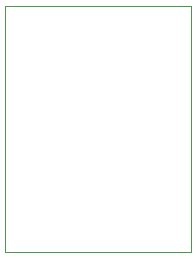
<source format=gbr>
G04 #@! TF.GenerationSoftware,KiCad,Pcbnew,(5.1.5)-3*
G04 #@! TF.CreationDate,2020-05-29T21:58:10-05:00*
G04 #@! TF.ProjectId,pt100stick,70743130-3073-4746-9963-6b2e6b696361,rev?*
G04 #@! TF.SameCoordinates,Original*
G04 #@! TF.FileFunction,Profile,NP*
%FSLAX46Y46*%
G04 Gerber Fmt 4.6, Leading zero omitted, Abs format (unit mm)*
G04 Created by KiCad (PCBNEW (5.1.5)-3) date 2020-05-29 21:58:10*
%MOMM*%
%LPD*%
G04 APERTURE LIST*
%ADD10C,0.100000*%
G04 APERTURE END LIST*
D10*
X156464000Y-69596000D02*
X156464000Y-90424000D01*
X140716000Y-69596000D02*
X156464000Y-69596000D01*
X140716000Y-90424000D02*
X140716000Y-69596000D01*
X156464000Y-90424000D02*
X140716000Y-90424000D01*
M02*

</source>
